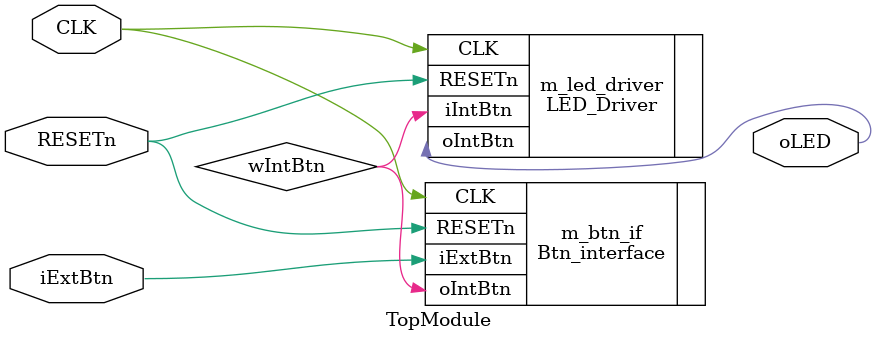
<source format=v>
module TopModule (
    input   wire    CLK,
    input   wire    RESETn,
    input   wire    iExtBtn,
    output  wire    oLED
);
    wire    wIntBtn;

    Btn_interface m_btn_if(
        .CLK(CLK),
        .RESETn(RESETn),
        .iExtBtn(iExtBtn),
        .oIntBtn(wIntBtn)
    );

    LED_Driver  m_led_driver(
        .CLK(CLK),
        .RESETn(RESETn),
        .iIntBtn(wIntBtn),
        .oIntBtn(oLED)
    );
endmodule
</source>
